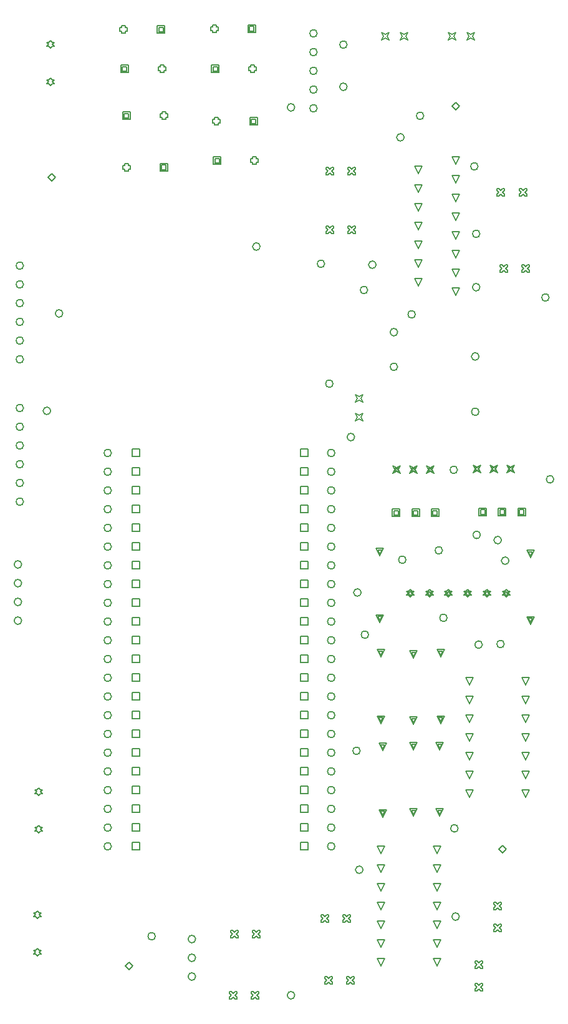
<source format=gbr>
%TF.GenerationSoftware,Altium Limited,Altium Designer,25.8.1 (18)*%
G04 Layer_Color=2752767*
%FSLAX45Y45*%
%MOMM*%
%TF.SameCoordinates,412E6415-05C8-40E6-B22C-806341DFC968*%
%TF.FilePolarity,Positive*%
%TF.FileFunction,Drawing*%
%TF.Part,Single*%
G01*
G75*
%TA.AperFunction,NonConductor*%
%ADD47C,0.12700*%
%ADD88C,0.16933*%
D47*
X8470900Y8636000D02*
Y8737600D01*
X8572500D01*
Y8636000D01*
X8470900D01*
X10756900D02*
Y8737600D01*
X10858500D01*
Y8636000D01*
X10756900D01*
X8470900Y8382000D02*
Y8483600D01*
X8572500D01*
Y8382000D01*
X8470900D01*
Y8128000D02*
Y8229600D01*
X8572500D01*
Y8128000D01*
X8470900D01*
X10756900D02*
Y8229600D01*
X10858500D01*
Y8128000D01*
X10756900D01*
X8470900Y7874000D02*
Y7975600D01*
X8572500D01*
Y7874000D01*
X8470900D01*
X10756900D02*
Y7975600D01*
X10858500D01*
Y7874000D01*
X10756900D01*
X8470900Y7620000D02*
Y7721600D01*
X8572500D01*
Y7620000D01*
X8470900D01*
Y7366000D02*
Y7467600D01*
X8572500D01*
Y7366000D01*
X8470900D01*
Y7112000D02*
Y7213600D01*
X8572500D01*
Y7112000D01*
X8470900D01*
Y6858000D02*
Y6959600D01*
X8572500D01*
Y6858000D01*
X8470900D01*
Y6604000D02*
Y6705600D01*
X8572500D01*
Y6604000D01*
X8470900D01*
Y6350000D02*
Y6451600D01*
X8572500D01*
Y6350000D01*
X8470900D01*
Y6096000D02*
Y6197600D01*
X8572500D01*
Y6096000D01*
X8470900D01*
Y5842000D02*
Y5943600D01*
X8572500D01*
Y5842000D01*
X8470900D01*
Y5588000D02*
Y5689600D01*
X8572500D01*
Y5588000D01*
X8470900D01*
Y5334000D02*
Y5435600D01*
X8572500D01*
Y5334000D01*
X8470900D01*
X10756900D02*
Y5435600D01*
X10858500D01*
Y5334000D01*
X10756900D01*
X8470900Y5080000D02*
Y5181600D01*
X8572500D01*
Y5080000D01*
X8470900D01*
X10756900D02*
Y5181600D01*
X10858500D01*
Y5080000D01*
X10756900D01*
X8470900Y4826000D02*
Y4927600D01*
X8572500D01*
Y4826000D01*
X8470900D01*
X10756900D02*
Y4927600D01*
X10858500D01*
Y4826000D01*
X10756900D01*
X8470900Y4572000D02*
Y4673600D01*
X8572500D01*
Y4572000D01*
X8470900D01*
X10756900D02*
Y4673600D01*
X10858500D01*
Y4572000D01*
X10756900D01*
X8470900Y4318000D02*
Y4419600D01*
X8572500D01*
Y4318000D01*
X8470900D01*
X10756900D02*
Y4419600D01*
X10858500D01*
Y4318000D01*
X10756900D01*
X8470900Y4064000D02*
Y4165600D01*
X8572500D01*
Y4064000D01*
X8470900D01*
X10756900D02*
Y4165600D01*
X10858500D01*
Y4064000D01*
X10756900D01*
X8470900Y3810000D02*
Y3911600D01*
X8572500D01*
Y3810000D01*
X8470900D01*
X10756900D02*
Y3911600D01*
X10858500D01*
Y3810000D01*
X10756900D01*
X8470900Y3556000D02*
Y3657600D01*
X8572500D01*
Y3556000D01*
X8470900D01*
X10756900D02*
Y3657600D01*
X10858500D01*
Y3556000D01*
X10756900D01*
X8470900Y3302000D02*
Y3403600D01*
X8572500D01*
Y3302000D01*
X8470900D01*
X10756900D02*
Y3403600D01*
X10858500D01*
Y3302000D01*
X10756900D01*
Y8382000D02*
Y8483600D01*
X10858500D01*
Y8382000D01*
X10756900D01*
Y6858000D02*
Y6959600D01*
X10858500D01*
Y6858000D01*
X10756900D01*
Y6096000D02*
Y6197600D01*
X10858500D01*
Y6096000D01*
X10756900D01*
Y6604000D02*
Y6705600D01*
X10858500D01*
Y6604000D01*
X10756900D01*
Y7112000D02*
Y7213600D01*
X10858500D01*
Y7112000D01*
X10756900D01*
Y7620000D02*
Y7721600D01*
X10858500D01*
Y7620000D01*
X10756900D01*
Y6350000D02*
Y6451600D01*
X10858500D01*
Y6350000D01*
X10756900D01*
Y7366000D02*
Y7467600D01*
X10858500D01*
Y7366000D01*
X10756900D01*
Y5588000D02*
Y5689600D01*
X10858500D01*
Y5588000D01*
X10756900D01*
Y5842000D02*
Y5943600D01*
X10858500D01*
Y5842000D01*
X10756900D01*
X12357100Y12471400D02*
X12306300Y12573000D01*
X12407900D01*
X12357100Y12471400D01*
X12865100Y12344400D02*
X12814301Y12446000D01*
X12915900D01*
X12865100Y12344400D01*
X12357100Y12217400D02*
X12306300Y12319000D01*
X12407900D01*
X12357100Y12217400D01*
Y11963400D02*
X12306300Y12065000D01*
X12407900D01*
X12357100Y11963400D01*
X12865100Y11582400D02*
X12814301Y11684000D01*
X12915900D01*
X12865100Y11582400D01*
Y11328400D02*
X12814301Y11430000D01*
X12915900D01*
X12865100Y11328400D01*
X12357100Y11201400D02*
X12306300Y11303000D01*
X12407900D01*
X12357100Y11201400D01*
X12865100Y11074400D02*
X12814301Y11176000D01*
X12915900D01*
X12865100Y11074400D01*
X12357100Y10947400D02*
X12306300Y11049000D01*
X12407900D01*
X12357100Y10947400D01*
X12865100Y10820400D02*
X12814301Y10922000D01*
X12915900D01*
X12865100Y10820400D01*
X12357100Y11709400D02*
X12306300Y11811000D01*
X12407900D01*
X12357100Y11709400D01*
X12865100Y12598400D02*
X12814301Y12700000D01*
X12915900D01*
X12865100Y12598400D01*
Y11836400D02*
X12814301Y11938000D01*
X12915900D01*
X12865100Y11836400D01*
X12357100Y11455400D02*
X12306300Y11557000D01*
X12407900D01*
X12357100Y11455400D01*
X12865100Y12090400D02*
X12814301Y12192000D01*
X12915900D01*
X12865100Y12090400D01*
X13428700Y12166600D02*
X13454100D01*
X13479500Y12192000D01*
X13504900Y12166600D01*
X13530299D01*
Y12192000D01*
X13504900Y12217400D01*
X13530299Y12242800D01*
Y12268200D01*
X13504900D01*
X13479500Y12242800D01*
X13454100Y12268200D01*
X13428700D01*
Y12242800D01*
X13454100Y12217400D01*
X13428700Y12192000D01*
Y12166600D01*
X11104600Y11658600D02*
X11130000D01*
X11155400Y11684000D01*
X11180800Y11658600D01*
X11206200D01*
Y11684000D01*
X11180800Y11709400D01*
X11206200Y11734800D01*
Y11760200D01*
X11180800D01*
X11155400Y11734800D01*
X11130000Y11760200D01*
X11104600D01*
Y11734800D01*
X11130000Y11709400D01*
X11104600Y11684000D01*
Y11658600D01*
Y12458700D02*
X11130000D01*
X11155400Y12484100D01*
X11180800Y12458700D01*
X11206200D01*
Y12484100D01*
X11180800Y12509500D01*
X11206200Y12534900D01*
Y12560300D01*
X11180800D01*
X11155400Y12534900D01*
X11130000Y12560300D01*
X11104600D01*
Y12534900D01*
X11130000Y12509500D01*
X11104600Y12484100D01*
Y12458700D01*
X13710600Y7835900D02*
Y7937500D01*
X13812199D01*
Y7835900D01*
X13710600D01*
X13730920Y7856220D02*
Y7917180D01*
X13791879D01*
Y7856220D01*
X13730920D01*
X12534900Y7823200D02*
Y7924800D01*
X12636500D01*
Y7823200D01*
X12534900D01*
X12555220Y7843520D02*
Y7904480D01*
X12616180D01*
Y7843520D01*
X12555220D01*
X11874500Y3748200D02*
X11823700Y3849800D01*
X11925300D01*
X11874500Y3748200D01*
Y3768520D02*
X11844020Y3829480D01*
X11904980D01*
X11874500Y3768520D01*
X11849100Y5018200D02*
X11798300Y5119800D01*
X11899900D01*
X11849100Y5018200D01*
Y5038520D02*
X11818620Y5099480D01*
X11879580D01*
X11849100Y5038520D01*
X9575800Y12598400D02*
Y12700000D01*
X9677400D01*
Y12598400D01*
X9575800D01*
X9596120Y12618720D02*
Y12679680D01*
X9657080D01*
Y12618720D01*
X9596120D01*
X9550400Y13842999D02*
Y13944600D01*
X9652000D01*
Y13842999D01*
X9550400D01*
X9570720Y13863319D02*
Y13924280D01*
X9631680D01*
Y13863319D01*
X9570720D01*
X8851900Y12509500D02*
Y12611100D01*
X8953500D01*
Y12509500D01*
X8851900D01*
X8872220Y12529820D02*
Y12590780D01*
X8933180D01*
Y12529820D01*
X8872220D01*
X8813800Y14376401D02*
Y14478000D01*
X8915400D01*
Y14376401D01*
X8813800D01*
X8834120Y14396719D02*
Y14457680D01*
X8895080D01*
Y14396719D01*
X8834120D01*
X7188200Y2374900D02*
X7213600Y2400300D01*
X7239000D01*
X7213600Y2425700D01*
X7239000Y2451100D01*
X7213600D01*
X7188200Y2476500D01*
X7162800Y2451100D01*
X7137400D01*
X7162800Y2425700D01*
X7137400Y2400300D01*
X7162800D01*
X7188200Y2374900D01*
X9809200Y2108200D02*
X9834600D01*
X9860000Y2133600D01*
X9885400Y2108200D01*
X9910800D01*
Y2133600D01*
X9885400Y2159000D01*
X9910800Y2184400D01*
Y2209800D01*
X9885400D01*
X9860000Y2184400D01*
X9834600Y2209800D01*
X9809200D01*
Y2184400D01*
X9834600Y2159000D01*
X9809200Y2133600D01*
Y2108200D01*
X13817599Y5537200D02*
X13766800Y5638800D01*
X13868401D01*
X13817599Y5537200D01*
X12611100Y3251200D02*
X12560300Y3352800D01*
X12661900D01*
X12611100Y3251200D01*
X11506200Y9372600D02*
X11531600Y9423400D01*
X11506200Y9474200D01*
X11557000Y9448800D01*
X11607800Y9474200D01*
X11582400Y9423400D01*
X11607800Y9372600D01*
X11557000Y9398000D01*
X11506200Y9372600D01*
X13466800Y11137900D02*
X13492200D01*
X13517599Y11163300D01*
X13542999Y11137900D01*
X13568401D01*
Y11163300D01*
X13542999Y11188700D01*
X13568401Y11214100D01*
Y11239500D01*
X13542999D01*
X13517599Y11214100D01*
X13492200Y11239500D01*
X13466800D01*
Y11214100D01*
X13492200Y11188700D01*
X13466800Y11163300D01*
Y11137900D01*
X9791700Y1282700D02*
X9817100D01*
X9842500Y1308100D01*
X9867900Y1282700D01*
X9893300D01*
Y1308100D01*
X9867900Y1333500D01*
X9893300Y1358900D01*
Y1384300D01*
X9867900D01*
X9842500Y1358900D01*
X9817100Y1384300D01*
X9791700D01*
Y1358900D01*
X9817100Y1333500D01*
X9791700Y1308100D01*
Y1282700D01*
X13131799Y1693000D02*
X13157201D01*
X13182600Y1718400D01*
X13208000Y1693000D01*
X13233400D01*
Y1718400D01*
X13208000Y1743800D01*
X13233400Y1769200D01*
Y1794600D01*
X13208000D01*
X13182600Y1769200D01*
X13157201Y1794600D01*
X13131799D01*
Y1769200D01*
X13157201Y1743800D01*
X13131799Y1718400D01*
Y1693000D01*
X11387100Y1485900D02*
X11412500D01*
X11437900Y1511300D01*
X11463300Y1485900D01*
X11488700D01*
Y1511300D01*
X11463300Y1536700D01*
X11488700Y1562100D01*
Y1587500D01*
X11463300D01*
X11437900Y1562100D01*
X11412500Y1587500D01*
X11387100D01*
Y1562100D01*
X11412500Y1536700D01*
X11387100Y1511300D01*
Y1485900D01*
X7200900Y4038600D02*
X7226300Y4064000D01*
X7251700D01*
X7226300Y4089400D01*
X7251700Y4114800D01*
X7226300D01*
X7200900Y4140200D01*
X7175500Y4114800D01*
X7150100D01*
X7175500Y4089400D01*
X7150100Y4064000D01*
X7175500D01*
X7200900Y4038600D01*
X13385800Y2193100D02*
X13411200D01*
X13436600Y2218500D01*
X13462000Y2193100D01*
X13487399D01*
Y2218500D01*
X13462000Y2243900D01*
X13487399Y2269300D01*
Y2294700D01*
X13462000D01*
X13436600Y2269300D01*
X13411200Y2294700D01*
X13385800D01*
Y2269300D01*
X13411200Y2243900D01*
X13385800Y2218500D01*
Y2193100D01*
X11336300Y2324100D02*
X11361700D01*
X11387100Y2349500D01*
X11412500Y2324100D01*
X11437900D01*
Y2349500D01*
X11412500Y2374900D01*
X11437900Y2400300D01*
Y2425700D01*
X11412500D01*
X11387100Y2400300D01*
X11361700Y2425700D01*
X11336300D01*
Y2400300D01*
X11361700Y2374900D01*
X11336300Y2349500D01*
Y2324100D01*
X13817599Y5283200D02*
X13766800Y5384800D01*
X13868401D01*
X13817599Y5283200D01*
Y5029200D02*
X13766800Y5130800D01*
X13868401D01*
X13817599Y5029200D01*
Y4521200D02*
X13766800Y4622800D01*
X13868401D01*
X13817599Y4521200D01*
Y4267200D02*
X13766800Y4368800D01*
X13868401D01*
X13817599Y4267200D01*
X13055600Y4013200D02*
X13004800Y4114800D01*
X13106400D01*
X13055600Y4013200D01*
X12611100Y2997200D02*
X12560300Y3098800D01*
X12661900D01*
X12611100Y2997200D01*
Y2489200D02*
X12560300Y2590800D01*
X12661900D01*
X12611100Y2489200D01*
Y1981200D02*
X12560300Y2082800D01*
X12661900D01*
X12611100Y1981200D01*
X11849100Y1727200D02*
X11798300Y1828800D01*
X11899900D01*
X11849100Y1727200D01*
Y2235200D02*
X11798300Y2336800D01*
X11899900D01*
X11849100Y2235200D01*
Y2743200D02*
X11798300Y2844800D01*
X11899900D01*
X11849100Y2743200D01*
X13881100Y6364400D02*
X13830299Y6466000D01*
X13931900D01*
X13881100Y6364400D01*
Y6384720D02*
X13850620Y6445680D01*
X13911580D01*
X13881100Y6384720D01*
X11836400Y6389800D02*
X11785600Y6491400D01*
X11887200D01*
X11836400Y6389800D01*
Y6410120D02*
X11805920Y6471080D01*
X11866880D01*
X11836400Y6410120D01*
X13106400Y8420100D02*
X13131799Y8470900D01*
X13106400Y8521700D01*
X13157201Y8496300D01*
X13208000Y8521700D01*
X13182600Y8470900D01*
X13208000Y8420100D01*
X13157201Y8445500D01*
X13106400Y8420100D01*
X13126720Y8440420D02*
X13141960Y8470900D01*
X13126720Y8501380D01*
X13157201Y8486140D01*
X13187680Y8501380D01*
X13172440Y8470900D01*
X13187680Y8440420D01*
X13157201Y8455660D01*
X13126720Y8440420D01*
X12471400Y8407400D02*
X12496800Y8458200D01*
X12471400Y8509000D01*
X12522200Y8483600D01*
X12573000Y8509000D01*
X12547600Y8458200D01*
X12573000Y8407400D01*
X12522200Y8432800D01*
X12471400Y8407400D01*
X12491720Y8427720D02*
X12506960Y8458200D01*
X12491720Y8488680D01*
X12522200Y8473440D01*
X12552680Y8488680D01*
X12537440Y8458200D01*
X12552680Y8427720D01*
X12522200Y8442960D01*
X12491720Y8427720D01*
X12769500Y6731100D02*
X12794900Y6756500D01*
X12820300D01*
X12794900Y6781900D01*
X12820300Y6807300D01*
X12794900D01*
X12769500Y6832700D01*
X12744100Y6807300D01*
X12718700D01*
X12744100Y6781900D01*
X12718700Y6756500D01*
X12744100D01*
X12769500Y6731100D01*
Y6751420D02*
X12784740Y6766660D01*
X12799980D01*
X12784740Y6781900D01*
X12799980Y6797140D01*
X12784740D01*
X12769500Y6812380D01*
X12754260Y6797140D01*
X12739020D01*
X12754260Y6781900D01*
X12739020Y6766660D01*
X12754260D01*
X12769500Y6751420D01*
X13550200Y6731000D02*
X13575600Y6756400D01*
X13600999D01*
X13575600Y6781800D01*
X13600999Y6807200D01*
X13575600D01*
X13550200Y6832600D01*
X13524800Y6807200D01*
X13499400D01*
X13524800Y6781800D01*
X13499400Y6756400D01*
X13524800D01*
X13550200Y6731000D01*
Y6751320D02*
X13565440Y6766560D01*
X13580679D01*
X13565440Y6781800D01*
X13580679Y6797040D01*
X13565440D01*
X13550200Y6812280D01*
X13534959Y6797040D01*
X13519720D01*
X13534959Y6781800D01*
X13519720Y6766560D01*
X13534959D01*
X13550200Y6751320D01*
X13728700Y12166600D02*
X13754100D01*
X13779500Y12192000D01*
X13804900Y12166600D01*
X13830299D01*
Y12192000D01*
X13804900Y12217400D01*
X13830299Y12242800D01*
Y12268200D01*
X13804900D01*
X13779500Y12242800D01*
X13754100Y12268200D01*
X13728700D01*
Y12242800D01*
X13754100Y12217400D01*
X13728700Y12192000D01*
Y12166600D01*
X13766800Y11137900D02*
X13792200D01*
X13817599Y11163300D01*
X13842999Y11137900D01*
X13868401D01*
Y11163300D01*
X13842999Y11188700D01*
X13868401Y11214100D01*
Y11239500D01*
X13842999D01*
X13817599Y11214100D01*
X13792200Y11239500D01*
X13766800D01*
Y11214100D01*
X13792200Y11188700D01*
X13766800Y11163300D01*
Y11137900D01*
X10091700Y1282700D02*
X10117100D01*
X10142500Y1308100D01*
X10167900Y1282700D01*
X10193300D01*
Y1308100D01*
X10167900Y1333500D01*
X10193300Y1358900D01*
Y1384300D01*
X10167900D01*
X10142500Y1358900D01*
X10117100Y1384300D01*
X10091700D01*
Y1358900D01*
X10117100Y1333500D01*
X10091700Y1308100D01*
Y1282700D01*
X10109200Y2108200D02*
X10134600D01*
X10160000Y2133600D01*
X10185400Y2108200D01*
X10210800D01*
Y2133600D01*
X10185400Y2159000D01*
X10210800Y2184400D01*
Y2209800D01*
X10185400D01*
X10160000Y2184400D01*
X10134600Y2209800D01*
X10109200D01*
Y2184400D01*
X10134600Y2159000D01*
X10109200Y2133600D01*
Y2108200D01*
X11404600Y11658600D02*
X11430000D01*
X11455400Y11684000D01*
X11480800Y11658600D01*
X11506200D01*
Y11684000D01*
X11480800Y11709400D01*
X11506200Y11734800D01*
Y11760200D01*
X11480800D01*
X11455400Y11734800D01*
X11430000Y11760200D01*
X11404600D01*
Y11734800D01*
X11430000Y11709400D01*
X11404600Y11684000D01*
Y11658600D01*
X9588500Y13157201D02*
Y13131799D01*
X9639300D01*
Y13157201D01*
X9664700D01*
Y13208000D01*
X9639300D01*
Y13233400D01*
X9588500D01*
Y13208000D01*
X9563100D01*
Y13157201D01*
X9588500D01*
X9563100Y14414500D02*
Y14389101D01*
X9613900D01*
Y14414500D01*
X9639300D01*
Y14465300D01*
X9613900D01*
Y14490700D01*
X9563100D01*
Y14465300D01*
X9537700D01*
Y14414500D01*
X9563100D01*
X11036300Y2324100D02*
X11061700D01*
X11087100Y2349500D01*
X11112500Y2324100D01*
X11137900D01*
Y2349500D01*
X11112500Y2374900D01*
X11137900Y2400300D01*
Y2425700D01*
X11112500D01*
X11087100Y2400300D01*
X11061700Y2425700D01*
X11036300D01*
Y2400300D01*
X11061700Y2374900D01*
X11036300Y2349500D01*
Y2324100D01*
X11087100Y1485900D02*
X11112500D01*
X11137900Y1511300D01*
X11163300Y1485900D01*
X11188700D01*
Y1511300D01*
X11163300Y1536700D01*
X11188700Y1562100D01*
Y1587500D01*
X11163300D01*
X11137900Y1562100D01*
X11112500Y1587500D01*
X11087100D01*
Y1562100D01*
X11112500Y1536700D01*
X11087100Y1511300D01*
Y1485900D01*
X13131799Y1393000D02*
X13157201D01*
X13182600Y1418400D01*
X13208000Y1393000D01*
X13233400D01*
Y1418400D01*
X13208000Y1443800D01*
X13233400Y1469200D01*
Y1494600D01*
X13208000D01*
X13182600Y1469200D01*
X13157201Y1494600D01*
X13131799D01*
Y1469200D01*
X13157201Y1443800D01*
X13131799Y1418400D01*
Y1393000D01*
X13385800Y2493100D02*
X13411200D01*
X13436600Y2518500D01*
X13462000Y2493100D01*
X13487399D01*
Y2518500D01*
X13462000Y2543900D01*
X13487399Y2569300D01*
Y2594700D01*
X13462000D01*
X13436600Y2569300D01*
X13411200Y2594700D01*
X13385800D01*
Y2569300D01*
X13411200Y2543900D01*
X13385800Y2518500D01*
Y2493100D01*
X11404600Y12458700D02*
X11430000D01*
X11455400Y12484100D01*
X11480800Y12458700D01*
X11506200D01*
Y12484100D01*
X11480800Y12509500D01*
X11506200Y12534900D01*
Y12560300D01*
X11480800D01*
X11455400Y12534900D01*
X11430000Y12560300D01*
X11404600D01*
Y12534900D01*
X11430000Y12509500D01*
X11404600Y12484100D01*
Y12458700D01*
X8877300Y13233400D02*
Y13208000D01*
X8928100D01*
Y13233400D01*
X8953500D01*
Y13284200D01*
X8928100D01*
Y13309599D01*
X8877300D01*
Y13284200D01*
X8851900D01*
Y13233400D01*
X8877300D01*
X8851900Y13868401D02*
Y13842999D01*
X8902700D01*
Y13868401D01*
X8928100D01*
Y13919200D01*
X8902700D01*
Y13944600D01*
X8851900D01*
Y13919200D01*
X8826500D01*
Y13868401D01*
X8851900D01*
X13017500Y14287500D02*
X13042900Y14338300D01*
X13017500Y14389101D01*
X13068300Y14363699D01*
X13119099Y14389101D01*
X13093700Y14338300D01*
X13119099Y14287500D01*
X13068300Y14312900D01*
X13017500Y14287500D01*
X12115800D02*
X12141200Y14338300D01*
X12115800Y14389101D01*
X12166600Y14363699D01*
X12217400Y14389101D01*
X12192000Y14338300D01*
X12217400Y14287500D01*
X12166600Y14312900D01*
X12115800Y14287500D01*
X7188200Y1866900D02*
X7213600Y1892300D01*
X7239000D01*
X7213600Y1917700D01*
X7239000Y1943100D01*
X7213600D01*
X7188200Y1968500D01*
X7162800Y1943100D01*
X7137400D01*
X7162800Y1917700D01*
X7137400Y1892300D01*
X7162800D01*
X7188200Y1866900D01*
X7200900Y3530600D02*
X7226300Y3556000D01*
X7251700D01*
X7226300Y3581400D01*
X7251700Y3606800D01*
X7226300D01*
X7200900Y3632200D01*
X7175500Y3606800D01*
X7150100D01*
X7175500Y3581400D01*
X7150100Y3556000D01*
X7175500D01*
X7200900Y3530600D01*
X12661900Y5918200D02*
X12611100Y6019800D01*
X12712700D01*
X12661900Y5918200D01*
Y5938520D02*
X12631420Y5999480D01*
X12692380D01*
X12661900Y5938520D01*
Y5018200D02*
X12611100Y5119800D01*
X12712700D01*
X12661900Y5018200D01*
Y5038520D02*
X12631420Y5099480D01*
X12692380D01*
X12661900Y5038520D01*
X13055600Y5029200D02*
X13004800Y5130800D01*
X13106400D01*
X13055600Y5029200D01*
X12611100Y1727200D02*
X12560300Y1828800D01*
X12661900D01*
X12611100Y1727200D01*
Y2235200D02*
X12560300Y2336800D01*
X12661900D01*
X12611100Y2235200D01*
Y2743200D02*
X12560300Y2844800D01*
X12661900D01*
X12611100Y2743200D01*
X11849100Y1981200D02*
X11798300Y2082800D01*
X11899900D01*
X11849100Y1981200D01*
Y2489200D02*
X11798300Y2590800D01*
X11899900D01*
X11849100Y2489200D01*
Y2997200D02*
X11798300Y3098800D01*
X11899900D01*
X11849100Y2997200D01*
Y3251200D02*
X11798300Y3352800D01*
X11899900D01*
X11849100Y3251200D01*
X13817599Y4013200D02*
X13766800Y4114800D01*
X13868401D01*
X13817599Y4013200D01*
Y4775200D02*
X13766800Y4876800D01*
X13868401D01*
X13817599Y4775200D01*
X13055600Y4267200D02*
X13004800Y4368800D01*
X13106400D01*
X13055600Y4267200D01*
Y4521200D02*
X13004800Y4622800D01*
X13106400D01*
X13055600Y4521200D01*
Y4775200D02*
X13004800Y4876800D01*
X13106400D01*
X13055600Y4775200D01*
Y5283200D02*
X13004800Y5384800D01*
X13106400D01*
X13055600Y5283200D01*
Y5537200D02*
X13004800Y5638800D01*
X13106400D01*
X13055600Y5537200D01*
X12649200Y3759200D02*
X12598400Y3860800D01*
X12700000D01*
X12649200Y3759200D01*
Y3779520D02*
X12618720Y3840480D01*
X12679680D01*
X12649200Y3779520D01*
Y4659200D02*
X12598400Y4760800D01*
X12700000D01*
X12649200Y4659200D01*
Y4679520D02*
X12618720Y4740480D01*
X12679680D01*
X12649200Y4679520D01*
X11874500Y4648200D02*
X11823700Y4749800D01*
X11925300D01*
X11874500Y4648200D01*
Y4668520D02*
X11844020Y4729480D01*
X11904980D01*
X11874500Y4668520D01*
X11849100Y5918200D02*
X11798300Y6019800D01*
X11899900D01*
X11849100Y5918200D01*
Y5938520D02*
X11818620Y5999480D01*
X11879580D01*
X11849100Y5938520D01*
X12293600Y5003800D02*
X12242800Y5105400D01*
X12344400D01*
X12293600Y5003800D01*
Y5024120D02*
X12263120Y5085080D01*
X12324080D01*
X12293600Y5024120D01*
Y5903800D02*
X12242800Y6005400D01*
X12344400D01*
X12293600Y5903800D01*
Y5924120D02*
X12263120Y5985080D01*
X12324080D01*
X12293600Y5924120D01*
X12006900Y7823200D02*
Y7924800D01*
X12108500D01*
Y7823200D01*
X12006900D01*
X12027220Y7843520D02*
Y7904480D01*
X12088180D01*
Y7843520D01*
X12027220D01*
X12270900Y7823200D02*
Y7924800D01*
X12372500D01*
Y7823200D01*
X12270900D01*
X12291220Y7843520D02*
Y7904480D01*
X12352180D01*
Y7843520D01*
X12291220D01*
X12293600Y3759200D02*
X12242800Y3860800D01*
X12344400D01*
X12293600Y3759200D01*
Y3779520D02*
X12263120Y3840480D01*
X12324080D01*
X12293600Y3779520D01*
Y4659200D02*
X12242800Y4760800D01*
X12344400D01*
X12293600Y4659200D01*
Y4679520D02*
X12263120Y4740480D01*
X12324080D01*
X12293600Y4679520D01*
X13182600Y7835900D02*
Y7937500D01*
X13284200D01*
Y7835900D01*
X13182600D01*
X13202921Y7856220D02*
Y7917180D01*
X13263879D01*
Y7856220D01*
X13202921D01*
X13446600Y7835900D02*
Y7937500D01*
X13548199D01*
Y7835900D01*
X13446600D01*
X13466920Y7856220D02*
Y7917180D01*
X13527879D01*
Y7856220D01*
X13466920D01*
X13290199Y6731000D02*
X13315601Y6756400D01*
X13341000D01*
X13315601Y6781800D01*
X13341000Y6807200D01*
X13315601D01*
X13290199Y6832600D01*
X13264799Y6807200D01*
X13239400D01*
X13264799Y6781800D01*
X13239400Y6756400D01*
X13264799D01*
X13290199Y6731000D01*
Y6751320D02*
X13305440Y6766560D01*
X13320680D01*
X13305440Y6781800D01*
X13320680Y6797040D01*
X13305440D01*
X13290199Y6812280D01*
X13274960Y6797040D01*
X13259720D01*
X13274960Y6781800D01*
X13259720Y6766560D01*
X13274960D01*
X13290199Y6751320D01*
X13030200Y6731000D02*
X13055600Y6756400D01*
X13081000D01*
X13055600Y6781800D01*
X13081000Y6807200D01*
X13055600D01*
X13030200Y6832600D01*
X13004800Y6807200D01*
X12979401D01*
X13004800Y6781800D01*
X12979401Y6756400D01*
X13004800D01*
X13030200Y6731000D01*
Y6751320D02*
X13045441Y6766560D01*
X13060680D01*
X13045441Y6781800D01*
X13060680Y6797040D01*
X13045441D01*
X13030200Y6812280D01*
X13014960Y6797040D01*
X12999719D01*
X13014960Y6781800D01*
X12999719Y6766560D01*
X13014960D01*
X13030200Y6751320D01*
X12509500Y6731100D02*
X12534900Y6756500D01*
X12560300D01*
X12534900Y6781900D01*
X12560300Y6807300D01*
X12534900D01*
X12509500Y6832700D01*
X12484100Y6807300D01*
X12458700D01*
X12484100Y6781900D01*
X12458700Y6756500D01*
X12484100D01*
X12509500Y6731100D01*
Y6751420D02*
X12524740Y6766660D01*
X12539980D01*
X12524740Y6781900D01*
X12539980Y6797140D01*
X12524740D01*
X12509500Y6812380D01*
X12494260Y6797140D01*
X12479020D01*
X12494260Y6781900D01*
X12479020Y6766660D01*
X12494260D01*
X12509500Y6751420D01*
X12249500Y6731100D02*
X12274900Y6756500D01*
X12300300D01*
X12274900Y6781900D01*
X12300300Y6807300D01*
X12274900D01*
X12249500Y6832700D01*
X12224100Y6807300D01*
X12198700D01*
X12224100Y6781900D01*
X12198700Y6756500D01*
X12224100D01*
X12249500Y6731100D01*
Y6751420D02*
X12264740Y6766660D01*
X12279980D01*
X12264740Y6781900D01*
X12279980Y6797140D01*
X12264740D01*
X12249500Y6812380D01*
X12234260Y6797140D01*
X12219020D01*
X12234260Y6781900D01*
X12219020Y6766660D01*
X12234260D01*
X12249500Y6751420D01*
X12014200Y8407400D02*
X12039600Y8458200D01*
X12014200Y8509000D01*
X12065000Y8483600D01*
X12115800Y8509000D01*
X12090400Y8458200D01*
X12115800Y8407400D01*
X12065000Y8432800D01*
X12014200Y8407400D01*
X12034520Y8427720D02*
X12049760Y8458200D01*
X12034520Y8488680D01*
X12065000Y8473440D01*
X12095480Y8488680D01*
X12080240Y8458200D01*
X12095480Y8427720D01*
X12065000Y8442960D01*
X12034520Y8427720D01*
X12242800Y8407400D02*
X12268200Y8458200D01*
X12242800Y8509000D01*
X12293600Y8483600D01*
X12344400Y8509000D01*
X12319000Y8458200D01*
X12344400Y8407400D01*
X12293600Y8432800D01*
X12242800Y8407400D01*
X12263120Y8427720D02*
X12278360Y8458200D01*
X12263120Y8488680D01*
X12293600Y8473440D01*
X12324080Y8488680D01*
X12308840Y8458200D01*
X12324080Y8427720D01*
X12293600Y8442960D01*
X12263120Y8427720D01*
X13563600Y8420100D02*
X13589000Y8470900D01*
X13563600Y8521700D01*
X13614400Y8496300D01*
X13665199Y8521700D01*
X13639799Y8470900D01*
X13665199Y8420100D01*
X13614400Y8445500D01*
X13563600Y8420100D01*
X13583920Y8440420D02*
X13599159Y8470900D01*
X13583920Y8501380D01*
X13614400Y8486140D01*
X13644881Y8501380D01*
X13629640Y8470900D01*
X13644881Y8440420D01*
X13614400Y8455660D01*
X13583920Y8440420D01*
X13335001Y8420100D02*
X13360400Y8470900D01*
X13335001Y8521700D01*
X13385800Y8496300D01*
X13436600Y8521700D01*
X13411200Y8470900D01*
X13436600Y8420100D01*
X13385800Y8445500D01*
X13335001Y8420100D01*
X13355321Y8440420D02*
X13370560Y8470900D01*
X13355321Y8501380D01*
X13385800Y8486140D01*
X13416280Y8501380D01*
X13401041Y8470900D01*
X13416280Y8440420D01*
X13385800Y8455660D01*
X13355321Y8440420D01*
X13881100Y7264400D02*
X13830299Y7366000D01*
X13931900D01*
X13881100Y7264400D01*
Y7284720D02*
X13850620Y7345680D01*
X13911580D01*
X13881100Y7284720D01*
X11836400Y7289800D02*
X11785600Y7391400D01*
X11887200D01*
X11836400Y7289800D01*
Y7310120D02*
X11805920Y7371080D01*
X11866880D01*
X11836400Y7310120D01*
X10083800Y13868401D02*
Y13842999D01*
X10134600D01*
Y13868401D01*
X10160000D01*
Y13919200D01*
X10134600D01*
Y13944600D01*
X10083800D01*
Y13919200D01*
X10058400D01*
Y13868401D01*
X10083800D01*
X10109200Y12623800D02*
Y12598400D01*
X10160000D01*
Y12623800D01*
X10185400D01*
Y12674600D01*
X10160000D01*
Y12700000D01*
X10109200D01*
Y12674600D01*
X10083800D01*
Y12623800D01*
X10109200D01*
X10071100Y13131799D02*
Y13233400D01*
X10172700D01*
Y13131799D01*
X10071100D01*
X10091420Y13152119D02*
Y13213080D01*
X10152380D01*
Y13152119D01*
X10091420D01*
X10045700Y14389101D02*
Y14490700D01*
X10147300D01*
Y14389101D01*
X10045700D01*
X10066020Y14409419D02*
Y14470380D01*
X10126980D01*
Y14409419D01*
X10066020D01*
X8343900Y13208000D02*
Y13309599D01*
X8445500D01*
Y13208000D01*
X8343900D01*
X8364220Y13228320D02*
Y13289281D01*
X8425180D01*
Y13228320D01*
X8364220D01*
X8318500Y13842999D02*
Y13944600D01*
X8420100D01*
Y13842999D01*
X8318500D01*
X8338820Y13863319D02*
Y13924280D01*
X8399780D01*
Y13863319D01*
X8338820D01*
X7366000Y13665199D02*
X7391400Y13690601D01*
X7416800D01*
X7391400Y13716000D01*
X7416800Y13741400D01*
X7391400D01*
X7366000Y13766800D01*
X7340600Y13741400D01*
X7315200D01*
X7340600Y13716000D01*
X7315200Y13690601D01*
X7340600D01*
X7366000Y13665199D01*
Y14173199D02*
X7391400Y14198599D01*
X7416800D01*
X7391400Y14224001D01*
X7416800Y14249400D01*
X7391400D01*
X7366000Y14274800D01*
X7340600Y14249400D01*
X7315200D01*
X7340600Y14224001D01*
X7315200Y14198599D01*
X7340600D01*
X7366000Y14173199D01*
X11506200Y9118600D02*
X11531600Y9169400D01*
X11506200Y9220200D01*
X11557000Y9194800D01*
X11607800Y9220200D01*
X11582400Y9169400D01*
X11607800Y9118600D01*
X11557000Y9144000D01*
X11506200Y9118600D01*
X12763500Y14287500D02*
X12788900Y14338300D01*
X12763500Y14389101D01*
X12814301Y14363699D01*
X12865100Y14389101D01*
X12839700Y14338300D01*
X12865100Y14287500D01*
X12814301Y14312900D01*
X12763500Y14287500D01*
X11861800D02*
X11887200Y14338300D01*
X11861800Y14389101D01*
X11912600Y14363699D01*
X11963400Y14389101D01*
X11938000Y14338300D01*
X11963400Y14287500D01*
X11912600Y14312900D01*
X11861800Y14287500D01*
X8331200Y14401801D02*
Y14376401D01*
X8382000D01*
Y14401801D01*
X8407400D01*
Y14452600D01*
X8382000D01*
Y14478000D01*
X8331200D01*
Y14452600D01*
X8305800D01*
Y14401801D01*
X8331200D01*
X8369300Y12534900D02*
Y12509500D01*
X8420100D01*
Y12534900D01*
X8445500D01*
Y12585700D01*
X8420100D01*
Y12611100D01*
X8369300D01*
Y12585700D01*
X8343900D01*
Y12534900D01*
X8369300D01*
X7327900Y12420600D02*
X7378700Y12471400D01*
X7429500Y12420600D01*
X7378700Y12369800D01*
X7327900Y12420600D01*
X13449300Y3314700D02*
X13500101Y3365500D01*
X13550900Y3314700D01*
X13500101Y3263900D01*
X13449300Y3314700D01*
X12814301Y13385800D02*
X12865100Y13436600D01*
X12915900Y13385800D01*
X12865100Y13335001D01*
X12814301Y13385800D01*
X8382000Y1727200D02*
X8432800Y1778000D01*
X8483600Y1727200D01*
X8432800Y1676400D01*
X8382000Y1727200D01*
D88*
X11226800Y3860800D02*
G03*
X11226800Y3860800I-50800J0D01*
G01*
Y4622800D02*
G03*
X11226800Y4622800I-50800J0D01*
G01*
Y5130800D02*
G03*
X11226800Y5130800I-50800J0D01*
G01*
Y3606800D02*
G03*
X11226800Y3606800I-50800J0D01*
G01*
Y4114800D02*
G03*
X11226800Y4114800I-50800J0D01*
G01*
Y4876800D02*
G03*
X11226800Y4876800I-50800J0D01*
G01*
X8191500Y7670800D02*
G03*
X8191500Y7670800I-50800J0D01*
G01*
X6997700Y10464800D02*
G03*
X6997700Y10464800I-50800J0D01*
G01*
X11226800Y4368800D02*
G03*
X11226800Y4368800I-50800J0D01*
G01*
X8191500Y4622800D02*
G03*
X8191500Y4622800I-50800J0D01*
G01*
Y7416800D02*
G03*
X8191500Y7416800I-50800J0D01*
G01*
X6997700Y10210800D02*
G03*
X6997700Y10210800I-50800J0D01*
G01*
Y8026400D02*
G03*
X6997700Y8026400I-50800J0D01*
G01*
Y9296400D02*
G03*
X6997700Y9296400I-50800J0D01*
G01*
Y9042400D02*
G03*
X6997700Y9042400I-50800J0D01*
G01*
Y8280400D02*
G03*
X6997700Y8280400I-50800J0D01*
G01*
Y8534400D02*
G03*
X6997700Y8534400I-50800J0D01*
G01*
Y8788400D02*
G03*
X6997700Y8788400I-50800J0D01*
G01*
X6972300Y7175500D02*
G03*
X6972300Y7175500I-50800J0D01*
G01*
Y6921500D02*
G03*
X6972300Y6921500I-50800J0D01*
G01*
Y6667500D02*
G03*
X6972300Y6667500I-50800J0D01*
G01*
Y6413500D02*
G03*
X6972300Y6413500I-50800J0D01*
G01*
X13182600Y9245600D02*
G03*
X13182600Y9245600I-50800J0D01*
G01*
Y9995600D02*
G03*
X13182600Y9995600I-50800J0D01*
G01*
X11226800Y7670800D02*
G03*
X11226800Y7670800I-50800J0D01*
G01*
Y7924800D02*
G03*
X11226800Y7924800I-50800J0D01*
G01*
X9334500Y2095500D02*
G03*
X9334500Y2095500I-50800J0D01*
G01*
Y1841500D02*
G03*
X9334500Y1841500I-50800J0D01*
G01*
X10985500Y13614400D02*
G03*
X10985500Y13614400I-50800J0D01*
G01*
X6997700Y10718800D02*
G03*
X6997700Y10718800I-50800J0D01*
G01*
X9334500Y1587500D02*
G03*
X9334500Y1587500I-50800J0D01*
G01*
X11226800Y8686800D02*
G03*
X11226800Y8686800I-50800J0D01*
G01*
X10985500Y13360400D02*
G03*
X10985500Y13360400I-50800J0D01*
G01*
X8191500Y3352800D02*
G03*
X8191500Y3352800I-50800J0D01*
G01*
X6997700Y10972800D02*
G03*
X6997700Y10972800I-50800J0D01*
G01*
Y11226800D02*
G03*
X6997700Y11226800I-50800J0D01*
G01*
X11226800Y8178800D02*
G03*
X11226800Y8178800I-50800J0D01*
G01*
Y8432800D02*
G03*
X11226800Y8432800I-50800J0D01*
G01*
X8191500Y5384800D02*
G03*
X8191500Y5384800I-50800J0D01*
G01*
Y5130800D02*
G03*
X8191500Y5130800I-50800J0D01*
G01*
Y4876800D02*
G03*
X8191500Y4876800I-50800J0D01*
G01*
Y4368800D02*
G03*
X8191500Y4368800I-50800J0D01*
G01*
Y4114800D02*
G03*
X8191500Y4114800I-50800J0D01*
G01*
Y3860800D02*
G03*
X8191500Y3860800I-50800J0D01*
G01*
Y3606800D02*
G03*
X8191500Y3606800I-50800J0D01*
G01*
X10985500Y13868401D02*
G03*
X10985500Y13868401I-50800J0D01*
G01*
Y14376401D02*
G03*
X10985500Y14376401I-50800J0D01*
G01*
Y14122400D02*
G03*
X10985500Y14122400I-50800J0D01*
G01*
X8191500Y5638800D02*
G03*
X8191500Y5638800I-50800J0D01*
G01*
Y5892800D02*
G03*
X8191500Y5892800I-50800J0D01*
G01*
Y6146800D02*
G03*
X8191500Y6146800I-50800J0D01*
G01*
Y6400800D02*
G03*
X8191500Y6400800I-50800J0D01*
G01*
Y6654800D02*
G03*
X8191500Y6654800I-50800J0D01*
G01*
Y6908800D02*
G03*
X8191500Y6908800I-50800J0D01*
G01*
Y7162800D02*
G03*
X8191500Y7162800I-50800J0D01*
G01*
Y8686800D02*
G03*
X8191500Y8686800I-50800J0D01*
G01*
Y8178800D02*
G03*
X8191500Y8178800I-50800J0D01*
G01*
Y7924800D02*
G03*
X8191500Y7924800I-50800J0D01*
G01*
Y8432800D02*
G03*
X8191500Y8432800I-50800J0D01*
G01*
X11226800Y7416800D02*
G03*
X11226800Y7416800I-50800J0D01*
G01*
X6997700Y9956800D02*
G03*
X6997700Y9956800I-50800J0D01*
G01*
X11226800Y7162800D02*
G03*
X11226800Y7162800I-50800J0D01*
G01*
Y6908800D02*
G03*
X11226800Y6908800I-50800J0D01*
G01*
Y6146800D02*
G03*
X11226800Y6146800I-50800J0D01*
G01*
Y3352800D02*
G03*
X11226800Y3352800I-50800J0D01*
G01*
Y6400800D02*
G03*
X11226800Y6400800I-50800J0D01*
G01*
Y6654800D02*
G03*
X11226800Y6654800I-50800J0D01*
G01*
Y5638800D02*
G03*
X11226800Y5638800I-50800J0D01*
G01*
Y5892800D02*
G03*
X11226800Y5892800I-50800J0D01*
G01*
Y5384800D02*
G03*
X11226800Y5384800I-50800J0D01*
G01*
X11684000Y6223000D02*
G03*
X11684000Y6223000I-50800J0D01*
G01*
X11582400Y6794500D02*
G03*
X11582400Y6794500I-50800J0D01*
G01*
X7366000Y9258300D02*
G03*
X7366000Y9258300I-50800J0D01*
G01*
X12319000Y10566400D02*
G03*
X12319000Y10566400I-50800J0D01*
G01*
X12915900Y2400300D02*
G03*
X12915900Y2400300I-50800J0D01*
G01*
X8788400Y2133600D02*
G03*
X8788400Y2133600I-50800J0D01*
G01*
X11391900Y13652499D02*
G03*
X11391900Y13652499I-50800J0D01*
G01*
X13169901Y12573000D02*
G03*
X13169901Y12573000I-50800J0D01*
G01*
X12433300Y13258800D02*
G03*
X12433300Y13258800I-50800J0D01*
G01*
X14135100Y10795000D02*
G03*
X14135100Y10795000I-50800J0D01*
G01*
X11785600Y11239500D02*
G03*
X11785600Y11239500I-50800J0D01*
G01*
X11671300Y10896600D02*
G03*
X11671300Y10896600I-50800J0D01*
G01*
X13195300Y10934700D02*
G03*
X13195300Y10934700I-50800J0D01*
G01*
X11493500Y8902700D02*
G03*
X11493500Y8902700I-50800J0D01*
G01*
X12899049Y3596702D02*
G03*
X12899049Y3596702I-50800J0D01*
G01*
X12890500Y8458200D02*
G03*
X12890500Y8458200I-50800J0D01*
G01*
X13589000Y7226300D02*
G03*
X13589000Y7226300I-50800J0D01*
G01*
X12750800Y6451600D02*
G03*
X12750800Y6451600I-50800J0D01*
G01*
X10680700Y1333500D02*
G03*
X10680700Y1333500I-50800J0D01*
G01*
X11087100Y11252200D02*
G03*
X11087100Y11252200I-50800J0D01*
G01*
X10210518Y11485534D02*
G03*
X10210518Y11485534I-50800J0D01*
G01*
X7531100Y10579100D02*
G03*
X7531100Y10579100I-50800J0D01*
G01*
X13228479Y6088221D02*
G03*
X13228479Y6088221I-50800J0D01*
G01*
X11201400Y9626600D02*
G03*
X11201400Y9626600I-50800J0D01*
G01*
X13195300Y11658600D02*
G03*
X13195300Y11658600I-50800J0D01*
G01*
X12687300Y7366000D02*
G03*
X12687300Y7366000I-50800J0D01*
G01*
X12192000Y7239000D02*
G03*
X12192000Y7239000I-50800J0D01*
G01*
X13201712Y7575796D02*
G03*
X13201712Y7575796I-50800J0D01*
G01*
X13525500Y6096000D02*
G03*
X13525500Y6096000I-50800J0D01*
G01*
X11569700Y4648200D02*
G03*
X11569700Y4648200I-50800J0D01*
G01*
X11607800Y3035300D02*
G03*
X11607800Y3035300I-50800J0D01*
G01*
X10680700Y13373100D02*
G03*
X10680700Y13373100I-50800J0D01*
G01*
X12166600Y12966701D02*
G03*
X12166600Y12966701I-50800J0D01*
G01*
X11391900Y14224001D02*
G03*
X11391900Y14224001I-50800J0D01*
G01*
X14198599Y8329600D02*
G03*
X14198599Y8329600I-50800J0D01*
G01*
X13488033Y7505068D02*
G03*
X13488033Y7505068I-50800J0D01*
G01*
X12077700Y10325100D02*
G03*
X12077700Y10325100I-50800J0D01*
G01*
Y9855200D02*
G03*
X12077700Y9855200I-50800J0D01*
G01*
%TF.MD5,05017a70a232ce61a42edb7d13b4eea3*%
M02*

</source>
